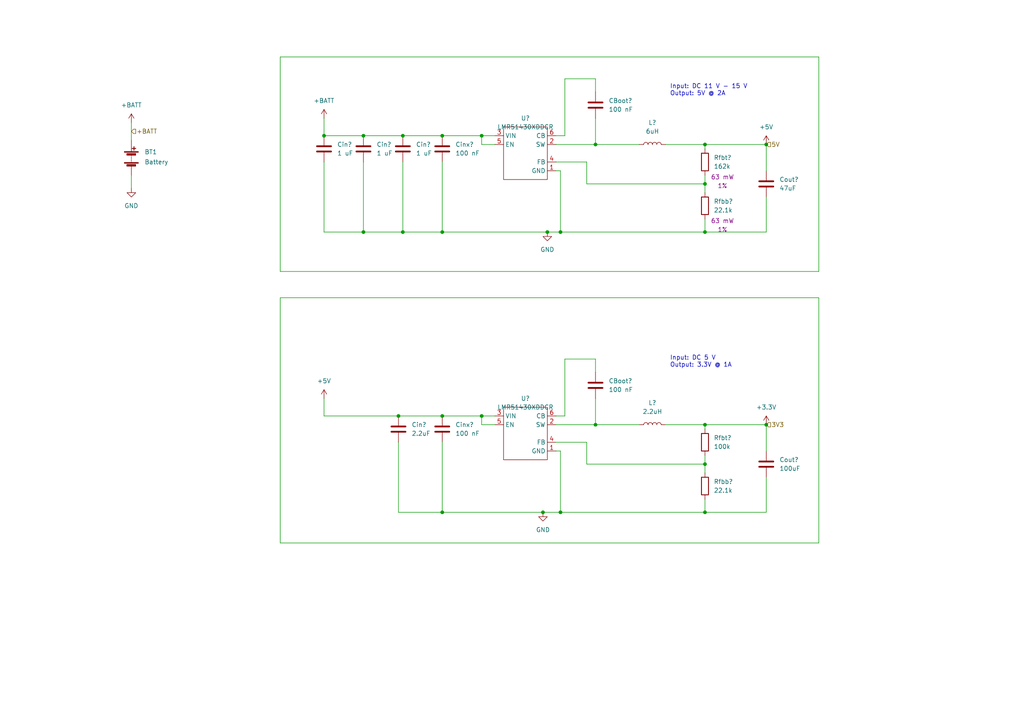
<source format=kicad_sch>
(kicad_sch (version 20211123) (generator eeschema)
  (paper "A4")
  (title_block (title "Power Management") (date "2022-08-06") (rev "1") (company "Arkadiusz Krupiński"))
  (lib_symbols
    (symbol "Converter_DCDC:LMR51430XDDCR"
      (property "Reference" "U" (at 0 2.54 0))
      (property "Value" "LMR51430XDDCR" (at 0 2.54 0))
      (symbol "LMR51430XDDCR_0_1"
        (rectangle (start -7.62 -2.54) (end 5.08 -17.78))
      )
      (symbol "LMR51430XDDCR_1_1"
        (pin input line (at 7.62 -15.24 180) (length 2.54) (name "GND") (number "1"))
        (pin output line (at 7.62 -7.62 180) (length 2.54) (name "SW") (number "2"))
        (pin input line (at -10.16 -5.08 0) (length 2.54) (name "VIN") (number "3"))
        (pin input line (at 7.62 -12.7 180) (length 2.54) (name "FB") (number "4"))
        (pin input line (at -10.16 -7.62 0) (length 2.54) (name "EN") (number "5"))
        (pin input line (at 7.62 -5.08 180) (length 2.54) (name "CB") (number "6"))
      )
    )
    (symbol "Device:Battery" (pin_numbers hide) (pin_names (offset 0) hide)
      (property "Reference" "BT" (at 2.54 2.54 0))
      (property "Value" "Battery" (at 2.54 0 0))
      (symbol "Battery_0_1"
        (rectangle (start -2.032 -1.397) (end 2.032 -1.651) (fill (type outline)))
        (rectangle (start -2.032 1.778) (end 2.032 1.524) (fill (type outline)))
        (rectangle (start -1.3208 -1.9812) (end 1.27 -2.4892) (fill (type outline)))
        (rectangle (start -1.3208 1.1938) (end 1.27 0.6858) (fill (type outline)))
        (polyline (pts (xy 0 -1.524) (xy 0 -1.27)))
        (polyline (pts (xy 0 -1.016) (xy 0 -0.762)))
        (polyline (pts (xy 0 -0.508) (xy 0 -0.254)))
        (polyline (pts (xy 0 0) (xy 0 0.254)))
        (polyline (pts (xy 0 0.508) (xy 0 0.762)))
        (polyline (pts (xy 0 1.778) (xy 0 2.54)))
        (polyline (pts (xy 0.254 2.667) (xy 1.27 2.667)) (stroke (width 0.254)))
        (polyline (pts (xy 0.762 3.175) (xy 0.762 2.159)) (stroke (width 0.254)))
      )
      (symbol "Battery_1_1"
        (pin passive line (at 0 5.08 270) (length 2.54) (name "+") (number "1"))
        (pin passive line (at 0 -5.08 90) (length 2.54) (name "-") (number "2"))
      )
    )
    (symbol "Device:C" (pin_numbers hide) (pin_names (offset 0.254))
      (property "Reference" "C" (at 0.635 2.54 0))
      (property "Value" "C" (at 0.635 -2.54 0))
      (symbol "C_0_1"
        (polyline (pts (xy -2.032 -0.762) (xy 2.032 -0.762)) (stroke (width 0.508)))
        (polyline (pts (xy -2.032 0.762) (xy 2.032 0.762)) (stroke (width 0.508)))
      )
      (symbol "C_1_1"
        (pin passive line (at 0 3.81 270) (length 2.794) (name "~") (number "1"))
        (pin passive line (at 0 -3.81 90) (length 2.794) (name "~") (number "2"))
      )
    )
    (symbol "Device:L" (pin_numbers hide) (pin_names (offset 1.016) hide)
      (property "Reference" "L" (at -1.27 0 90))
      (property "Value" "L" (at 1.905 0 90))
      (symbol "L_0_1"
        (arc (start 0 -2.54) (mid 0.635 -1.905) (end 0 -1.27))
        (arc (start 0 -1.27) (mid 0.635 -0.635) (end 0 0))
        (arc (start 0 0) (mid 0.635 0.635) (end 0 1.27))
        (arc (start 0 1.27) (mid 0.635 1.905) (end 0 2.54))
      )
      (symbol "L_1_1"
        (pin passive line (at 0 3.81 270) (length 1.27) (name "1") (number "1"))
        (pin passive line (at 0 -3.81 90) (length 1.27) (name "2") (number "2"))
      )
    )
    (symbol "Device:R" (pin_numbers hide) (pin_names (offset 0))
      (property "Reference" "R" (at 2.032 0 90))
      (property "Value" "R" (at 0 0 90))
      (symbol "R_0_1"
        (rectangle (start -1.016 -2.54) (end 1.016 2.54) (stroke (width 0.254)))
      )
      (symbol "R_1_1"
        (pin passive line (at 0 3.81 270) (length 1.27) (name "~") (number "1"))
        (pin passive line (at 0 -3.81 90) (length 1.27) (name "~") (number "2"))
      )
    )
    (symbol "power:+3.3V" (power) (pin_names (offset 0))
      (property "Value" "+3.3V" (at 0 3.556 0))
      (symbol "+3.3V_0_1"
        (polyline (pts (xy -0.762 1.27) (xy 0 2.54)))
        (polyline (pts (xy 0 0) (xy 0 2.54)))
        (polyline (pts (xy 0 2.54) (xy 0.762 1.27)))
      )
      (symbol "+3.3V_1_1"
        (pin power_in line (at 0 0 90) (length 0) hide (name "+3.3V") (number "1"))
      )
    )
    (symbol "power:+5V" (power) (pin_names (offset 0))
      (property "Value" "+5V" (at 0 3.556 0))
      (symbol "+5V_0_1"
        (polyline (pts (xy -0.762 1.27) (xy 0 2.54)))
        (polyline (pts (xy 0 0) (xy 0 2.54)))
        (polyline (pts (xy 0 2.54) (xy 0.762 1.27)))
      )
      (symbol "+5V_1_1"
        (pin power_in line (at 0 0 90) (length 0) hide (name "+5V") (number "1"))
      )
    )
    (symbol "power:+BATT" (power) (pin_names (offset 0))
      (property "Value" "+BATT" (at 0 3.556 0))
      (symbol "+BATT_0_1"
        (polyline (pts (xy -0.762 1.27) (xy 0 2.54)))
        (polyline (pts (xy 0 0) (xy 0 2.54)))
        (polyline (pts (xy 0 2.54) (xy 0.762 1.27)))
      )
      (symbol "+BATT_1_1"
        (pin power_in line (at 0 0 90) (length 0) hide (name "+BATT") (number "1"))
      )
    )
    (symbol "power:GND" (power) (pin_names (offset 0))
      (property "Value" "GND" (at 0 -3.81 0))
      (symbol "GND_0_1"
        (polyline (pts (xy 0 0) (xy 0 -1.27) (xy 1.27 -1.27) (xy 0 -2.54) (xy -1.27 -1.27) (xy 0 -1.27)))
      )
      (symbol "GND_1_1"
        (pin power_in line (at 0 0 270) (length 0) hide (name "GND") (number "1"))
      )
    )
  )
  (junction (at 128.27 39.37))
  (junction (at 116.84 39.37))
  (junction (at 204.47 123.19))
  (junction (at 222.25 123.19))
  (junction (at 105.41 67.31))
  (junction (at 116.84 67.31))
  (junction (at 139.7 120.65))
  (junction (at 204.47 148.59))
  (junction (at 115.57 120.65))
  (junction (at 93.98 39.37))
  (junction (at 157.48 148.59))
  (junction (at 162.56 148.59))
  (junction (at 128.27 67.31))
  (junction (at 222.25 41.91))
  (junction (at 172.72 41.91))
  (junction (at 105.41 39.37))
  (junction (at 128.27 120.65))
  (junction (at 204.47 53.34))
  (junction (at 158.75 67.31))
  (junction (at 204.47 134.62))
  (junction (at 204.47 41.91))
  (junction (at 139.7 39.37))
  (junction (at 204.47 67.31))
  (junction (at 162.56 67.31))
  (junction (at 172.72 123.19))
  (junction (at 128.27 148.59))
  (wire (pts (xy 161.29 120.65) (xy 163.83 120.65)))
  (wire (pts (xy 157.48 148.59) (xy 162.56 148.59)))
  (wire (pts (xy 105.41 67.31) (xy 116.84 67.31)))
  (wire (pts (xy 81.28 157.48) (xy 237.49 157.48)))
  (wire (pts (xy 143.51 123.19) (xy 139.7 123.19)))
  (wire (pts (xy 128.27 39.37) (xy 139.7 39.37)))
  (wire (pts (xy 81.28 86.36) (xy 237.49 86.36)))
  (wire (pts (xy 172.72 34.29) (xy 172.72 41.91)))
  (wire (pts (xy 193.04 123.19) (xy 204.47 123.19)))
  (wire (pts (xy 172.72 22.86) (xy 172.72 26.67)))
  (wire (pts (xy 81.28 78.74) (xy 81.28 16.51)))
  (wire (pts (xy 172.72 115.57) (xy 172.72 123.19)))
  (wire (pts (xy 93.98 120.65) (xy 115.57 120.65)))
  (wire (pts (xy 170.18 46.99) (xy 161.29 46.99)))
  (wire (pts (xy 116.84 46.99) (xy 116.84 67.31)))
  (wire (pts (xy 172.72 123.19) (xy 185.42 123.19)))
  (wire (pts (xy 161.29 123.19) (xy 172.72 123.19)))
  (wire (pts (xy 163.83 22.86) (xy 172.72 22.86)))
  (wire (pts (xy 237.49 157.48) (xy 237.49 86.36)))
  (wire (pts (xy 161.29 39.37) (xy 163.83 39.37)))
  (wire (pts (xy 161.29 41.91) (xy 172.72 41.91)))
  (wire (pts (xy 116.84 39.37) (xy 128.27 39.37)))
  (wire (pts (xy 204.47 132.08) (xy 204.47 134.62)))
  (wire (pts (xy 38.1 50.8) (xy 38.1 54.61)))
  (wire (pts (xy 170.18 128.27) (xy 161.29 128.27)))
  (wire (pts (xy 204.47 63.5) (xy 204.47 67.31)))
  (wire (pts (xy 204.47 67.31) (xy 222.25 67.31)))
  (wire (pts (xy 204.47 53.34) (xy 204.47 55.88)))
  (wire (pts (xy 204.47 134.62) (xy 170.18 134.62)))
  (wire (pts (xy 172.72 104.14) (xy 172.72 107.95)))
  (wire (pts (xy 162.56 130.81) (xy 162.56 148.59)))
  (wire (pts (xy 81.28 86.36) (xy 81.28 157.48)))
  (wire (pts (xy 128.27 67.31) (xy 158.75 67.31)))
  (wire (pts (xy 204.47 41.91) (xy 204.47 43.18)))
  (wire (pts (xy 204.47 148.59) (xy 222.25 148.59)))
  (wire (pts (xy 143.51 41.91) (xy 139.7 41.91)))
  (wire (pts (xy 128.27 128.27) (xy 128.27 148.59)))
  (wire (pts (xy 222.25 138.43) (xy 222.25 148.59)))
  (wire (pts (xy 158.75 67.31) (xy 162.56 67.31)))
  (wire (pts (xy 163.83 104.14) (xy 172.72 104.14)))
  (wire (pts (xy 170.18 134.62) (xy 170.18 128.27)))
  (wire (pts (xy 139.7 120.65) (xy 143.51 120.65)))
  (wire (pts (xy 162.56 67.31) (xy 204.47 67.31)))
  (wire (pts (xy 222.25 41.91) (xy 222.25 49.53)))
  (wire (pts (xy 204.47 134.62) (xy 204.47 137.16)))
  (wire (pts (xy 204.47 123.19) (xy 204.47 124.46)))
  (wire (pts (xy 115.57 128.27) (xy 115.57 148.59)))
  (wire (pts (xy 38.1 35.56) (xy 38.1 40.64)))
  (wire (pts (xy 237.49 78.74) (xy 81.28 78.74)))
  (wire (pts (xy 139.7 39.37) (xy 143.51 39.37)))
  (wire (pts (xy 128.27 148.59) (xy 157.48 148.59)))
  (wire (pts (xy 237.49 16.51) (xy 237.49 78.74)))
  (wire (pts (xy 170.18 53.34) (xy 170.18 46.99)))
  (wire (pts (xy 81.28 16.51) (xy 237.49 16.51)))
  (wire (pts (xy 115.57 148.59) (xy 128.27 148.59)))
  (wire (pts (xy 161.29 49.53) (xy 162.56 49.53)))
  (wire (pts (xy 204.47 123.19) (xy 222.25 123.19)))
  (wire (pts (xy 222.25 57.15) (xy 222.25 67.31)))
  (wire (pts (xy 93.98 67.31) (xy 105.41 67.31)))
  (wire (pts (xy 204.47 53.34) (xy 170.18 53.34)))
  (wire (pts (xy 93.98 46.99) (xy 93.98 67.31)))
  (wire (pts (xy 162.56 49.53) (xy 162.56 67.31)))
  (wire (pts (xy 128.27 120.65) (xy 139.7 120.65)))
  (wire (pts (xy 162.56 148.59) (xy 204.47 148.59)))
  (wire (pts (xy 93.98 34.29) (xy 93.98 39.37)))
  (wire (pts (xy 105.41 46.99) (xy 105.41 67.31)))
  (wire (pts (xy 93.98 115.57) (xy 93.98 120.65)))
  (wire (pts (xy 163.83 120.65) (xy 163.83 104.14)))
  (wire (pts (xy 222.25 123.19) (xy 222.25 130.81)))
  (wire (pts (xy 161.29 130.81) (xy 162.56 130.81)))
  (wire (pts (xy 204.47 144.78) (xy 204.47 148.59)))
  (wire (pts (xy 139.7 41.91) (xy 139.7 39.37)))
  (wire (pts (xy 115.57 120.65) (xy 128.27 120.65)))
  (wire (pts (xy 128.27 46.99) (xy 128.27 67.31)))
  (wire (pts (xy 139.7 123.19) (xy 139.7 120.65)))
  (wire (pts (xy 193.04 41.91) (xy 204.47 41.91)))
  (wire (pts (xy 105.41 39.37) (xy 116.84 39.37)))
  (wire (pts (xy 163.83 39.37) (xy 163.83 22.86)))
  (wire (pts (xy 204.47 50.8) (xy 204.47 53.34)))
  (wire (pts (xy 116.84 67.31) (xy 128.27 67.31)))
  (wire (pts (xy 204.47 41.91) (xy 222.25 41.91)))
  (wire (pts (xy 172.72 41.91) (xy 185.42 41.91)))
  (wire (pts (xy 93.98 39.37) (xy 105.41 39.37)))
  (text "Input: DC 11 V - 15 V\nOutput: 5V @ 2A" (at 194.31 27.94 0) (effects (font (size 1.27 1.27)) (justify left bottom)))
  (text "Input: DC 5 V\nOutput: 3.3V @ 1A" (at 194.31 106.68 0) (effects (font (size 1.27 1.27)) (justify left bottom)))
  (hierarchical_label "5V" (shape input) (at 222.25 41.91 0))
  (hierarchical_label "3V3" (shape input) (at 222.25 123.19 0))
  (hierarchical_label "+BATT" (shape input) (at 38.1 38.1 0))
  (symbol (lib_id "Device:C") (at 172.72 30.48 0) (unit 1)
    (property "Reference" "CBoot?" (at 176.53 29.2099 0) (effects (justify left)))
    (property "Value" "100 nF" (at 176.53 31.7499 0) (effects (justify left)))
  )
  (symbol (lib_id "Converter_DCDC:LMR51430XDDCR") (at 153.67 34.29 0) (unit 1)
    (property "Reference" "U?" (at 152.4 34.29 0))
    (property "Value" "LMR51430XDDCR" (at 152.4 36.83 0))
    (property "Footprint" "Package_TO_SOT_SMD:SOT-23-6_Handsoldering" (effects hide))
  )
  (symbol (lib_id "Device:C") (at 222.25 53.34 0) (unit 1)
    (property "Reference" "Cout?" (at 226.06 52.0699 0) (effects (justify left)))
    (property "Value" "47uF" (at 226.06 54.6099 0) (effects (justify left)))
  )
  (symbol (lib_id "Device:C") (at 222.25 134.62 0) (unit 1)
    (property "Reference" "Cout?" (at 226.06 133.3499 0) (effects (justify left)))
    (property "Value" "100uF" (at 226.06 135.8899 0) (effects (justify left)))
  )
  (symbol (lib_id "Device:L") (at 189.23 123.19 90) (unit 1)
    (property "Reference" "L?" (at 189.23 116.84 90))
    (property "Value" "2.2uH" (at 189.23 119.38 90))
  )
  (symbol (lib_id "Device:C") (at 128.27 124.46 0) (unit 1)
    (property "Reference" "Cinx?" (at 132.08 123.1899 0) (effects (justify left)))
    (property "Value" "100 nF" (at 132.08 125.7299 0) (effects (justify left)))
  )
  (symbol (lib_id "Device:C") (at 105.41 43.18 0) (unit 1)
    (property "Reference" "Cin?" (at 109.22 41.9099 0) (effects (justify left)))
    (property "Value" "1 uF" (at 109.22 44.4499 0) (effects (justify left)))
  )
  (symbol (lib_id "power:+5V") (at 93.98 115.57 0) (unit 1)
    (property "Reference" "#PWR?" (effects hide))
    (property "Value" "+5V" (at 93.98 110.49 0))
  )
  (symbol (lib_id "Device:C") (at 93.98 43.18 0) (unit 1)
    (property "Reference" "Cin?" (at 97.79 41.9099 0) (effects (justify left)))
    (property "Value" "1 uF" (at 97.79 44.4499 0) (effects (justify left)))
  )
  (symbol (lib_id "Device:Battery") (at 38.1 45.72 0) (unit 1)
    (property "Reference" "BT1" (at 41.91 44.0689 0) (effects (justify left)))
    (property "Value" "Battery" (at 41.91 46.99 0) (effects (justify left)))
    (property "Footprint" "Battery:BatteryHolder_Keystone_500" (effects hide))
  )
  (symbol (lib_id "Device:R") (at 204.47 46.99 0) (unit 1)
    (property "Reference" "Rfbt?" (at 207.01 45.7199 0) (effects (justify left)))
    (property "Value" "162k" (at 207.01 48.2599 0) (effects (justify left)))
    (property "Tolerance" "1%" (at 209.55 54.61 0) (effects (justify bottom)))
    (property "Power" "63 mW" (at 209.55 52.07 0) (effects (justify bottom)))
  )
  (symbol (lib_id "Device:C") (at 116.84 43.18 0) (unit 1)
    (property "Reference" "Cin?" (at 120.65 41.9099 0) (effects (justify left)))
    (property "Value" "1 uF" (at 120.65 44.4499 0) (effects (justify left)))
  )
  (symbol (lib_id "power:GND") (at 158.75 67.31 0) (unit 1)
    (property "Reference" "#PWR0104" (effects hide))
    (property "Value" "GND" (at 158.75 72.39 0))
  )
  (symbol (lib_id "Device:R") (at 204.47 59.69 0) (unit 1)
    (property "Reference" "Rfbb?" (at 207.01 58.4199 0) (effects (justify left)))
    (property "Value" "22.1k" (at 207.01 60.9599 0) (effects (justify left)))
    (property "Tolerance" "1%" (at 209.55 67.31 0) (effects (justify bottom)))
    (property "Power" "63 mW" (at 209.55 64.77 0) (effects (justify bottom)))
  )
  (symbol (lib_id "power:+3.3V") (at 222.25 123.19 0) (unit 1)
    (property "Reference" "#PWR?" (effects hide))
    (property "Value" "+3.3V" (at 222.25 118.11 0))
  )
  (symbol (lib_id "Converter_DCDC:LMR51430XDDCR") (at 153.67 115.57 0) (unit 1)
    (property "Reference" "U?" (at 152.4 115.57 0))
    (property "Value" "LMR51430XDDCR" (at 152.4 118.11 0))
    (property "Footprint" "Package_TO_SOT_SMD:SOT-23-6_Handsoldering" (effects hide))
  )
  (symbol (lib_id "Device:C") (at 115.57 124.46 0) (unit 1)
    (property "Reference" "Cin?" (at 119.38 123.1899 0) (effects (justify left)))
    (property "Value" "2.2uF" (at 119.38 125.7299 0) (effects (justify left)))
  )
  (symbol (lib_id "Device:C") (at 128.27 43.18 0) (unit 1)
    (property "Reference" "Cinx?" (at 132.08 41.9099 0) (effects (justify left)))
    (property "Value" "100 nF" (at 132.08 44.4499 0) (effects (justify left)))
  )
  (symbol (lib_id "Device:C") (at 172.72 111.76 0) (unit 1)
    (property "Reference" "CBoot?" (at 176.53 110.4899 0) (effects (justify left)))
    (property "Value" "100 nF" (at 176.53 113.0299 0) (effects (justify left)))
  )
  (symbol (lib_id "power:GND") (at 38.1 54.61 0) (unit 1)
    (property "Reference" "#PWR0103" (effects hide))
    (property "Value" "GND" (at 38.1 59.69 0))
  )
  (symbol (lib_id "power:+BATT") (at 93.98 34.29 0) (unit 1)
    (property "Reference" "#PWR?" (effects hide))
    (property "Value" "+BATT" (at 93.98 29.21 0))
  )
  (symbol (lib_id "power:+5V") (at 222.25 41.91 0) (unit 1)
    (property "Reference" "#PWR?" (effects hide))
    (property "Value" "+5V" (at 222.25 36.83 0))
  )
  (symbol (lib_id "power:GND") (at 157.48 148.59 0) (unit 1)
    (property "Reference" "#PWR?" (effects hide))
    (property "Value" "GND" (at 157.48 153.67 0))
  )
  (symbol (lib_id "power:+BATT") (at 38.1 35.56 0) (unit 1)
    (property "Reference" "#PWR0102" (effects hide))
    (property "Value" "+BATT" (at 38.1 30.48 0))
  )
  (symbol (lib_id "Device:R") (at 204.47 128.27 0) (unit 1)
    (property "Reference" "Rfbt?" (at 207.01 126.9999 0) (effects (justify left)))
    (property "Value" "100k" (at 207.01 129.5399 0) (effects (justify left)))
  )
  (symbol (lib_id "Device:R") (at 204.47 140.97 0) (unit 1)
    (property "Reference" "Rfbb?" (at 207.01 139.6999 0) (effects (justify left)))
    (property "Value" "22.1k" (at 207.01 142.2399 0) (effects (justify left)))
  )
  (symbol (lib_id "Device:L") (at 189.23 41.91 90) (unit 1)
    (property "Reference" "L?" (at 189.23 35.56 90))
    (property "Value" "6uH" (at 189.23 38.1 90))
  )
)
</source>
